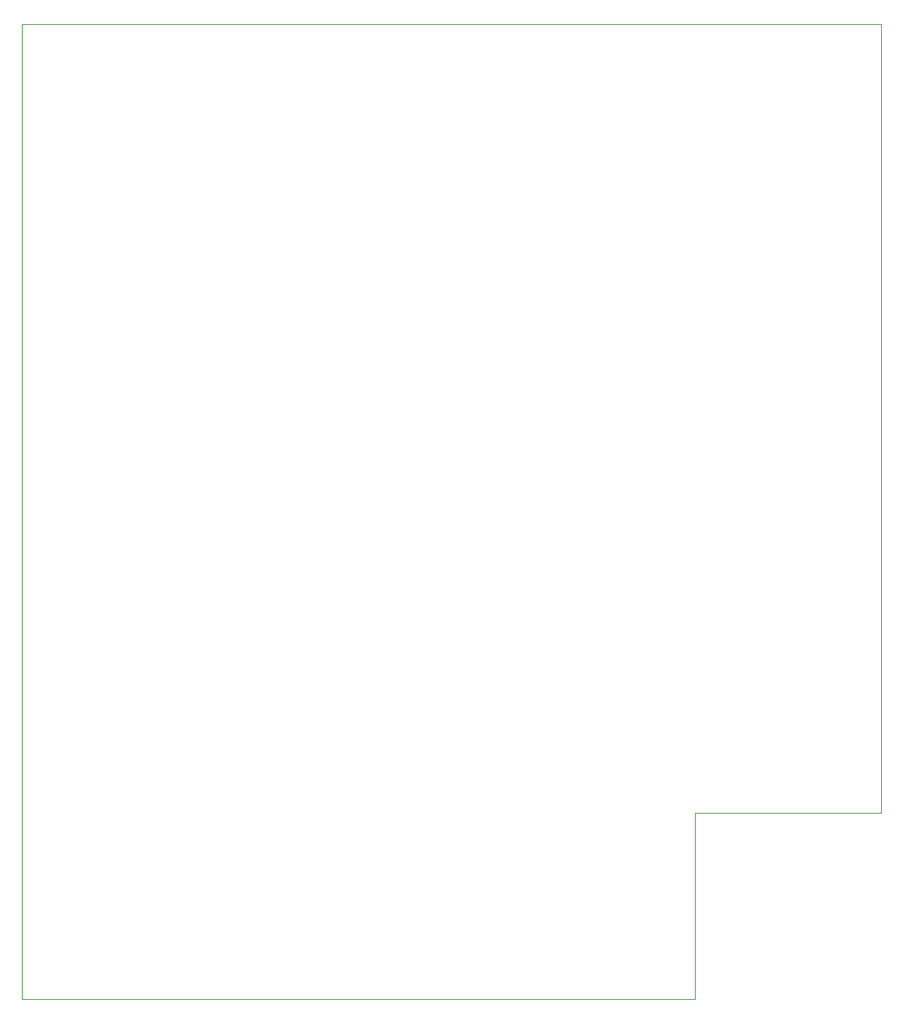
<source format=gbr>
%TF.GenerationSoftware,KiCad,Pcbnew,(6.0.1)*%
%TF.CreationDate,2022-02-14T12:03:47-05:00*%
%TF.ProjectId,rear-control-board,72656172-2d63-46f6-9e74-726f6c2d626f,rev?*%
%TF.SameCoordinates,Original*%
%TF.FileFunction,Profile,NP*%
%FSLAX46Y46*%
G04 Gerber Fmt 4.6, Leading zero omitted, Abs format (unit mm)*
G04 Created by KiCad (PCBNEW (6.0.1)) date 2022-02-14 12:03:47*
%MOMM*%
%LPD*%
G01*
G04 APERTURE LIST*
%TA.AperFunction,Profile*%
%ADD10C,0.050000*%
%TD*%
G04 APERTURE END LIST*
D10*
X78691000Y-140582000D02*
X156796000Y-140582000D01*
X156796000Y-118992000D02*
X178386000Y-118992000D01*
X156796000Y-140582000D02*
X156796000Y-118992000D01*
X178386000Y-27552000D02*
X78691000Y-27552000D01*
X178386000Y-118992000D02*
X178386000Y-27552000D01*
X78691000Y-27552000D02*
X78691000Y-140582000D01*
M02*

</source>
